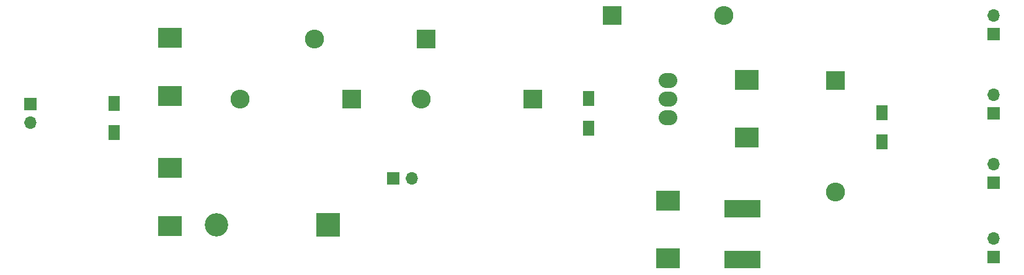
<source format=gbr>
G04 #@! TF.FileFunction,Soldermask,Top*
%FSLAX46Y46*%
G04 Gerber Fmt 4.6, Leading zero omitted, Abs format (unit mm)*
G04 Created by KiCad (PCBNEW 4.0.5) date 02/22/17 18:23:54*
%MOMM*%
%LPD*%
G01*
G04 APERTURE LIST*
%ADD10C,0.127000*%
%ADD11R,1.700000X1.700000*%
%ADD12O,1.700000X1.700000*%
%ADD13R,1.600000X2.000000*%
%ADD14R,5.000000X2.400000*%
%ADD15R,2.600000X2.600000*%
%ADD16O,2.600000X2.600000*%
%ADD17R,3.200000X3.200000*%
%ADD18O,3.200000X3.200000*%
%ADD19R,3.200000X2.700000*%
%ADD20O,2.540000X2.032000*%
G04 APERTURE END LIST*
D10*
D11*
X55880000Y14605000D03*
D12*
X58420000Y14605000D03*
D13*
X17780000Y24860000D03*
X17780000Y20860000D03*
X82550000Y25495000D03*
X82550000Y21495000D03*
D14*
X103505000Y10485000D03*
X103505000Y3485000D03*
D13*
X122555000Y23590000D03*
X122555000Y19590000D03*
D15*
X60325000Y33655000D03*
D16*
X45085000Y33655000D03*
D15*
X50165000Y25400000D03*
D16*
X34925000Y25400000D03*
D15*
X74930000Y25400000D03*
D16*
X59690000Y25400000D03*
D15*
X85725000Y36830000D03*
D16*
X100965000Y36830000D03*
D15*
X116205000Y27940000D03*
D16*
X116205000Y12700000D03*
D11*
X6350000Y24765000D03*
D12*
X6350000Y22225000D03*
D11*
X137795000Y34290000D03*
D12*
X137795000Y36830000D03*
D11*
X137795000Y23495000D03*
D12*
X137795000Y26035000D03*
D11*
X137795000Y13970000D03*
D12*
X137795000Y16510000D03*
D11*
X137795000Y3810000D03*
D12*
X137795000Y6350000D03*
D17*
X46990000Y8255000D03*
D18*
X31750000Y8255000D03*
D19*
X25400000Y25895000D03*
X25400000Y33795000D03*
X25400000Y16015000D03*
X25400000Y8115000D03*
X104140000Y28080000D03*
X104140000Y20180000D03*
X93345000Y11570000D03*
X93345000Y3670000D03*
D20*
X93345000Y25400000D03*
X93345000Y27940000D03*
X93345000Y22860000D03*
M02*

</source>
